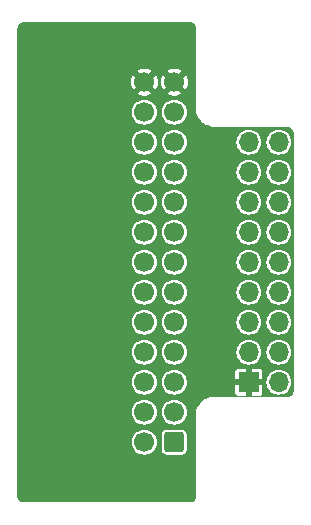
<source format=gbr>
%TF.GenerationSoftware,KiCad,Pcbnew,7.0.11*%
%TF.CreationDate,2025-03-11T16:20:29+01:00*%
%TF.ProjectId,pal-2-sd-shield-adapter,70616c2d-322d-4736-942d-736869656c64,rev?*%
%TF.SameCoordinates,Original*%
%TF.FileFunction,Copper,L2,Bot*%
%TF.FilePolarity,Positive*%
%FSLAX46Y46*%
G04 Gerber Fmt 4.6, Leading zero omitted, Abs format (unit mm)*
G04 Created by KiCad (PCBNEW 7.0.11) date 2025-03-11 16:20:29*
%MOMM*%
%LPD*%
G01*
G04 APERTURE LIST*
G04 Aperture macros list*
%AMRoundRect*
0 Rectangle with rounded corners*
0 $1 Rounding radius*
0 $2 $3 $4 $5 $6 $7 $8 $9 X,Y pos of 4 corners*
0 Add a 4 corners polygon primitive as box body*
4,1,4,$2,$3,$4,$5,$6,$7,$8,$9,$2,$3,0*
0 Add four circle primitives for the rounded corners*
1,1,$1+$1,$2,$3*
1,1,$1+$1,$4,$5*
1,1,$1+$1,$6,$7*
1,1,$1+$1,$8,$9*
0 Add four rect primitives between the rounded corners*
20,1,$1+$1,$2,$3,$4,$5,0*
20,1,$1+$1,$4,$5,$6,$7,0*
20,1,$1+$1,$6,$7,$8,$9,0*
20,1,$1+$1,$8,$9,$2,$3,0*%
G04 Aperture macros list end*
%TA.AperFunction,ComponentPad*%
%ADD10RoundRect,0.250000X0.600000X0.600000X-0.600000X0.600000X-0.600000X-0.600000X0.600000X-0.600000X0*%
%TD*%
%TA.AperFunction,ComponentPad*%
%ADD11C,1.700000*%
%TD*%
%TA.AperFunction,ComponentPad*%
%ADD12R,1.700000X1.700000*%
%TD*%
%TA.AperFunction,ComponentPad*%
%ADD13O,1.700000X1.700000*%
%TD*%
G04 APERTURE END LIST*
D10*
%TO.P,J1,1,Pin_1*%
%TO.N,PA0*%
X74740000Y-105870000D03*
D11*
%TO.P,J1,2,Pin_2*%
%TO.N,PB0*%
X72200000Y-105870000D03*
%TO.P,J1,3,Pin_3*%
%TO.N,PA1*%
X74740000Y-103330000D03*
%TO.P,J1,4,Pin_4*%
%TO.N,PB1*%
X72200000Y-103330000D03*
%TO.P,J1,5,Pin_5*%
%TO.N,PA2*%
X74740000Y-100790000D03*
%TO.P,J1,6,Pin_6*%
%TO.N,PB2*%
X72200000Y-100790000D03*
%TO.P,J1,7,Pin_7*%
%TO.N,PA3*%
X74740000Y-98250000D03*
%TO.P,J1,8,Pin_8*%
%TO.N,PB3*%
X72200000Y-98250000D03*
%TO.P,J1,9,Pin_9*%
%TO.N,PA4*%
X74740000Y-95710000D03*
%TO.P,J1,10,Pin_10*%
%TO.N,PB4*%
X72200000Y-95710000D03*
%TO.P,J1,11,Pin_11*%
%TO.N,PA5*%
X74740000Y-93170000D03*
%TO.P,J1,12,Pin_12*%
%TO.N,PB5*%
X72200000Y-93170000D03*
%TO.P,J1,13,Pin_13*%
%TO.N,PA6*%
X74740000Y-90630000D03*
%TO.P,J1,14,Pin_14*%
%TO.N,unconnected-(J1-Pin_14-Pad14)*%
X72200000Y-90630000D03*
%TO.P,J1,15,Pin_15*%
%TO.N,PA7*%
X74740000Y-88090000D03*
%TO.P,J1,16,Pin_16*%
%TO.N,unconnected-(J1-Pin_16-Pad16)*%
X72200000Y-88090000D03*
%TO.P,J1,17,Pin_17*%
%TO.N,PB6*%
X74740000Y-85550000D03*
%TO.P,J1,18,Pin_18*%
%TO.N,PB7*%
X72200000Y-85550000D03*
%TO.P,J1,19,Pin_19*%
%TO.N,unconnected-(J1-Pin_19-Pad19)*%
X74740000Y-83010000D03*
%TO.P,J1,20,Pin_20*%
%TO.N,unconnected-(J1-Pin_20-Pad20)*%
X72200000Y-83010000D03*
%TO.P,J1,21,Pin_21*%
%TO.N,unconnected-(J1-Pin_21-Pad21)*%
X74740000Y-80470000D03*
%TO.P,J1,22,Pin_22*%
%TO.N,unconnected-(J1-Pin_22-Pad22)*%
X72200000Y-80470000D03*
%TO.P,J1,23,Pin_23*%
%TO.N,unconnected-(J1-Pin_23-Pad23)*%
X74740000Y-77930000D03*
%TO.P,J1,24,Pin_24*%
%TO.N,unconnected-(J1-Pin_24-Pad24)*%
X72200000Y-77930000D03*
%TO.P,J1,25,Pin_25*%
%TO.N,GND*%
X74740000Y-75390000D03*
%TO.P,J1,26,Pin_26*%
X72200000Y-75390000D03*
%TD*%
D12*
%TO.P,J2,1,Pin_1*%
%TO.N,GND*%
X81055000Y-100790000D03*
D13*
%TO.P,J2,2,Pin_2*%
%TO.N,unconnected-(J2-Pin_2-Pad2)*%
X83595000Y-100790000D03*
%TO.P,J2,3,Pin_3*%
%TO.N,PA0*%
X81055000Y-98250000D03*
%TO.P,J2,4,Pin_4*%
%TO.N,PB0*%
X83595000Y-98250000D03*
%TO.P,J2,5,Pin_5*%
%TO.N,PA1*%
X81055000Y-95710000D03*
%TO.P,J2,6,Pin_6*%
%TO.N,PB1*%
X83595000Y-95710000D03*
%TO.P,J2,7,Pin_7*%
%TO.N,PA2*%
X81055000Y-93170000D03*
%TO.P,J2,8,Pin_8*%
%TO.N,PB2*%
X83595000Y-93170000D03*
%TO.P,J2,9,Pin_9*%
%TO.N,PA3*%
X81055000Y-90630000D03*
%TO.P,J2,10,Pin_10*%
%TO.N,PB3*%
X83595000Y-90630000D03*
%TO.P,J2,11,Pin_11*%
%TO.N,PA4*%
X81055000Y-88090000D03*
%TO.P,J2,12,Pin_12*%
%TO.N,PB4*%
X83595000Y-88090000D03*
%TO.P,J2,13,Pin_13*%
%TO.N,PA5*%
X81055000Y-85550000D03*
%TO.P,J2,14,Pin_14*%
%TO.N,PB5*%
X83595000Y-85550000D03*
%TO.P,J2,15,Pin_15*%
%TO.N,PA6*%
X81055000Y-83010000D03*
%TO.P,J2,16,Pin_16*%
%TO.N,PB6*%
X83595000Y-83010000D03*
%TO.P,J2,17,Pin_17*%
%TO.N,PA7*%
X81055000Y-80470000D03*
%TO.P,J2,18,Pin_18*%
%TO.N,PB7*%
X83595000Y-80470000D03*
%TD*%
%TA.AperFunction,Conductor*%
%TO.N,GND*%
G36*
X76082733Y-70290808D02*
G01*
X76185665Y-70302406D01*
X76196361Y-70304847D01*
X76291519Y-70338144D01*
X76301393Y-70342899D01*
X76386759Y-70396538D01*
X76395337Y-70403379D01*
X76466620Y-70474662D01*
X76473461Y-70483240D01*
X76527097Y-70568600D01*
X76531858Y-70578487D01*
X76565151Y-70673637D01*
X76567593Y-70684333D01*
X76579192Y-70787265D01*
X76579500Y-70792752D01*
X76579500Y-77747322D01*
X76610045Y-77959766D01*
X76610045Y-77959768D01*
X76670513Y-78165701D01*
X76670519Y-78165717D01*
X76759679Y-78360952D01*
X76759683Y-78360958D01*
X76875715Y-78541509D01*
X76875720Y-78541514D01*
X77016275Y-78703724D01*
X77178485Y-78844279D01*
X77178490Y-78844284D01*
X77359041Y-78960316D01*
X77359047Y-78960320D01*
X77414366Y-78985583D01*
X77554290Y-79049484D01*
X77760231Y-79109954D01*
X77972682Y-79140500D01*
X78044201Y-79140500D01*
X84274108Y-79140500D01*
X84337247Y-79140500D01*
X84342733Y-79140808D01*
X84445665Y-79152406D01*
X84456361Y-79154847D01*
X84551519Y-79188144D01*
X84561393Y-79192899D01*
X84646759Y-79246538D01*
X84655337Y-79253379D01*
X84726620Y-79324662D01*
X84733461Y-79333240D01*
X84784468Y-79414417D01*
X84787097Y-79418600D01*
X84791858Y-79428487D01*
X84825151Y-79523637D01*
X84827593Y-79534333D01*
X84839192Y-79637265D01*
X84839500Y-79642752D01*
X84839500Y-101537247D01*
X84839192Y-101542734D01*
X84827593Y-101645666D01*
X84825151Y-101656362D01*
X84791858Y-101751512D01*
X84787097Y-101761399D01*
X84733461Y-101846759D01*
X84726620Y-101855337D01*
X84655337Y-101926620D01*
X84646759Y-101933461D01*
X84561399Y-101987097D01*
X84551512Y-101991858D01*
X84456362Y-102025151D01*
X84445666Y-102027593D01*
X84349877Y-102038386D01*
X84342732Y-102039192D01*
X84337247Y-102039500D01*
X77972677Y-102039500D01*
X77760233Y-102070045D01*
X77760231Y-102070045D01*
X77554298Y-102130513D01*
X77554282Y-102130519D01*
X77359047Y-102219679D01*
X77359041Y-102219683D01*
X77178490Y-102335715D01*
X77178485Y-102335720D01*
X77016275Y-102476275D01*
X76875720Y-102638485D01*
X76875715Y-102638490D01*
X76759683Y-102819041D01*
X76759679Y-102819047D01*
X76670519Y-103014282D01*
X76670513Y-103014298D01*
X76610045Y-103220231D01*
X76610045Y-103220233D01*
X76579500Y-103432677D01*
X76579500Y-110467247D01*
X76579192Y-110472734D01*
X76567593Y-110575666D01*
X76565151Y-110586362D01*
X76531858Y-110681512D01*
X76527097Y-110691399D01*
X76473461Y-110776759D01*
X76466620Y-110785337D01*
X76395337Y-110856620D01*
X76386759Y-110863461D01*
X76301399Y-110917097D01*
X76291512Y-110921858D01*
X76196362Y-110955151D01*
X76185666Y-110957593D01*
X76089877Y-110968386D01*
X76082732Y-110969192D01*
X76077247Y-110969500D01*
X61962753Y-110969500D01*
X61957267Y-110969192D01*
X61949061Y-110968267D01*
X61854333Y-110957593D01*
X61843637Y-110955151D01*
X61779221Y-110932612D01*
X61748484Y-110921856D01*
X61738603Y-110917098D01*
X61653240Y-110863461D01*
X61644662Y-110856620D01*
X61573379Y-110785337D01*
X61566538Y-110776759D01*
X61512899Y-110691393D01*
X61508144Y-110681519D01*
X61474847Y-110586361D01*
X61472406Y-110575665D01*
X61460808Y-110472733D01*
X61460500Y-110467247D01*
X61460500Y-105870000D01*
X71144417Y-105870000D01*
X71164700Y-106075934D01*
X71224768Y-106273954D01*
X71322315Y-106456450D01*
X71453590Y-106616410D01*
X71613550Y-106747685D01*
X71796046Y-106845232D01*
X71994066Y-106905300D01*
X72200000Y-106925583D01*
X72405934Y-106905300D01*
X72603954Y-106845232D01*
X72786450Y-106747685D01*
X72946410Y-106616410D01*
X73022023Y-106524275D01*
X73689500Y-106524275D01*
X73692353Y-106554698D01*
X73692353Y-106554699D01*
X73737204Y-106682876D01*
X73737208Y-106682885D01*
X73817849Y-106792150D01*
X73927114Y-106872791D01*
X73927117Y-106872792D01*
X73927118Y-106872793D01*
X73927120Y-106872793D01*
X73927123Y-106872795D01*
X74020015Y-106905299D01*
X74055301Y-106917646D01*
X74085734Y-106920500D01*
X74085744Y-106920500D01*
X75394256Y-106920500D01*
X75394266Y-106920500D01*
X75424699Y-106917646D01*
X75552882Y-106872793D01*
X75662150Y-106792150D01*
X75742791Y-106682885D01*
X75742791Y-106682884D01*
X75742793Y-106682882D01*
X75787646Y-106554699D01*
X75790500Y-106524266D01*
X75790500Y-105215734D01*
X75787646Y-105185301D01*
X75766052Y-105123590D01*
X75742795Y-105057123D01*
X75742791Y-105057114D01*
X75662150Y-104947849D01*
X75552885Y-104867208D01*
X75552876Y-104867204D01*
X75424698Y-104822353D01*
X75394275Y-104819500D01*
X75394266Y-104819500D01*
X74085734Y-104819500D01*
X74085724Y-104819500D01*
X74055301Y-104822353D01*
X74055300Y-104822353D01*
X73927123Y-104867204D01*
X73927114Y-104867208D01*
X73817849Y-104947849D01*
X73737208Y-105057114D01*
X73737204Y-105057123D01*
X73692353Y-105185300D01*
X73692353Y-105185301D01*
X73689500Y-105215724D01*
X73689500Y-106524275D01*
X73022023Y-106524275D01*
X73077685Y-106456450D01*
X73175232Y-106273954D01*
X73235300Y-106075934D01*
X73255583Y-105870000D01*
X73235300Y-105664066D01*
X73175232Y-105466046D01*
X73077685Y-105283550D01*
X72946410Y-105123590D01*
X72786450Y-104992315D01*
X72603954Y-104894768D01*
X72405934Y-104834700D01*
X72200000Y-104814417D01*
X71994065Y-104834700D01*
X71994064Y-104834700D01*
X71796043Y-104894769D01*
X71613548Y-104992316D01*
X71453590Y-105123590D01*
X71322316Y-105283548D01*
X71224769Y-105466043D01*
X71164700Y-105664064D01*
X71164700Y-105664065D01*
X71164700Y-105664066D01*
X71144417Y-105870000D01*
X61460500Y-105870000D01*
X61460500Y-103330000D01*
X71144417Y-103330000D01*
X71164700Y-103535934D01*
X71224768Y-103733954D01*
X71322315Y-103916450D01*
X71453590Y-104076410D01*
X71613550Y-104207685D01*
X71796046Y-104305232D01*
X71994066Y-104365300D01*
X72200000Y-104385583D01*
X72405934Y-104365300D01*
X72603954Y-104305232D01*
X72786450Y-104207685D01*
X72946410Y-104076410D01*
X73077685Y-103916450D01*
X73175232Y-103733954D01*
X73235300Y-103535934D01*
X73255583Y-103330000D01*
X73684417Y-103330000D01*
X73704700Y-103535934D01*
X73764768Y-103733954D01*
X73862315Y-103916450D01*
X73993590Y-104076410D01*
X74153550Y-104207685D01*
X74336046Y-104305232D01*
X74534066Y-104365300D01*
X74740000Y-104385583D01*
X74945934Y-104365300D01*
X75143954Y-104305232D01*
X75326450Y-104207685D01*
X75486410Y-104076410D01*
X75617685Y-103916450D01*
X75715232Y-103733954D01*
X75775300Y-103535934D01*
X75795583Y-103330000D01*
X75775300Y-103124066D01*
X75715232Y-102926046D01*
X75617685Y-102743550D01*
X75486410Y-102583590D01*
X75326450Y-102452315D01*
X75143954Y-102354768D01*
X74945934Y-102294700D01*
X74740000Y-102274417D01*
X74534065Y-102294700D01*
X74534064Y-102294700D01*
X74336043Y-102354769D01*
X74153548Y-102452316D01*
X73993590Y-102583590D01*
X73862316Y-102743548D01*
X73764769Y-102926043D01*
X73704700Y-103124064D01*
X73704700Y-103124065D01*
X73704700Y-103124066D01*
X73684417Y-103330000D01*
X73255583Y-103330000D01*
X73235300Y-103124066D01*
X73175232Y-102926046D01*
X73077685Y-102743550D01*
X72946410Y-102583590D01*
X72786450Y-102452315D01*
X72603954Y-102354768D01*
X72405934Y-102294700D01*
X72200000Y-102274417D01*
X71994065Y-102294700D01*
X71994064Y-102294700D01*
X71796043Y-102354769D01*
X71613548Y-102452316D01*
X71453590Y-102583590D01*
X71322316Y-102743548D01*
X71224769Y-102926043D01*
X71164700Y-103124064D01*
X71164700Y-103124065D01*
X71164700Y-103124066D01*
X71144417Y-103330000D01*
X61460500Y-103330000D01*
X61460500Y-100790000D01*
X71144417Y-100790000D01*
X71164700Y-100995934D01*
X71224768Y-101193954D01*
X71322315Y-101376450D01*
X71453590Y-101536410D01*
X71613550Y-101667685D01*
X71796046Y-101765232D01*
X71994066Y-101825300D01*
X72200000Y-101845583D01*
X72405934Y-101825300D01*
X72603954Y-101765232D01*
X72786450Y-101667685D01*
X72946410Y-101536410D01*
X73077685Y-101376450D01*
X73175232Y-101193954D01*
X73235300Y-100995934D01*
X73255583Y-100790000D01*
X73684417Y-100790000D01*
X73704700Y-100995934D01*
X73764768Y-101193954D01*
X73862315Y-101376450D01*
X73993590Y-101536410D01*
X74153550Y-101667685D01*
X74336046Y-101765232D01*
X74534066Y-101825300D01*
X74740000Y-101845583D01*
X74945934Y-101825300D01*
X75143954Y-101765232D01*
X75326450Y-101667685D01*
X75486410Y-101536410D01*
X75617685Y-101376450D01*
X75715232Y-101193954D01*
X75775300Y-100995934D01*
X75795583Y-100790000D01*
X75775300Y-100584066D01*
X75761933Y-100540000D01*
X79905000Y-100540000D01*
X80621314Y-100540000D01*
X80595507Y-100580156D01*
X80555000Y-100718111D01*
X80555000Y-100861889D01*
X80595507Y-100999844D01*
X80621314Y-101040000D01*
X79905001Y-101040000D01*
X79905001Y-101684794D01*
X79907910Y-101709876D01*
X79953213Y-101812479D01*
X80032520Y-101891786D01*
X80135126Y-101937090D01*
X80160189Y-101939998D01*
X80160209Y-101939999D01*
X80804999Y-101939999D01*
X80805000Y-101939998D01*
X80805000Y-101225501D01*
X80912685Y-101274680D01*
X81019237Y-101290000D01*
X81090763Y-101290000D01*
X81197315Y-101274680D01*
X81305000Y-101225501D01*
X81305000Y-101939999D01*
X81949788Y-101939999D01*
X81949794Y-101939998D01*
X81974876Y-101937089D01*
X82077479Y-101891786D01*
X82156786Y-101812479D01*
X82202090Y-101709873D01*
X82204998Y-101684810D01*
X82205000Y-101684790D01*
X82205000Y-101040000D01*
X81488686Y-101040000D01*
X81514493Y-100999844D01*
X81555000Y-100861889D01*
X81555000Y-100790000D01*
X82539417Y-100790000D01*
X82559700Y-100995934D01*
X82619768Y-101193954D01*
X82717315Y-101376450D01*
X82848590Y-101536410D01*
X83008550Y-101667685D01*
X83191046Y-101765232D01*
X83389066Y-101825300D01*
X83595000Y-101845583D01*
X83800934Y-101825300D01*
X83998954Y-101765232D01*
X84181450Y-101667685D01*
X84341410Y-101536410D01*
X84472685Y-101376450D01*
X84570232Y-101193954D01*
X84630300Y-100995934D01*
X84650583Y-100790000D01*
X84630300Y-100584066D01*
X84570232Y-100386046D01*
X84472685Y-100203550D01*
X84341410Y-100043590D01*
X84181450Y-99912315D01*
X83998954Y-99814768D01*
X83800934Y-99754700D01*
X83595000Y-99734417D01*
X83389065Y-99754700D01*
X83389064Y-99754700D01*
X83191043Y-99814769D01*
X83008548Y-99912316D01*
X82848590Y-100043590D01*
X82717316Y-100203548D01*
X82619769Y-100386043D01*
X82559700Y-100584064D01*
X82559700Y-100584065D01*
X82546498Y-100718111D01*
X82539417Y-100790000D01*
X81555000Y-100790000D01*
X81555000Y-100718111D01*
X81514493Y-100580156D01*
X81488686Y-100540000D01*
X82204999Y-100540000D01*
X82204999Y-99895212D01*
X82204998Y-99895205D01*
X82202089Y-99870123D01*
X82156786Y-99767520D01*
X82077479Y-99688213D01*
X82077480Y-99688213D01*
X81974873Y-99642909D01*
X81949810Y-99640001D01*
X81949790Y-99640000D01*
X81305000Y-99640000D01*
X81305000Y-100354498D01*
X81197315Y-100305320D01*
X81090763Y-100290000D01*
X81019237Y-100290000D01*
X80912685Y-100305320D01*
X80805000Y-100354498D01*
X80805000Y-99640000D01*
X80160212Y-99640000D01*
X80160205Y-99640001D01*
X80135123Y-99642910D01*
X80032520Y-99688213D01*
X79953213Y-99767520D01*
X79907909Y-99870126D01*
X79905001Y-99895189D01*
X79905000Y-99895209D01*
X79905000Y-100540000D01*
X75761933Y-100540000D01*
X75715232Y-100386046D01*
X75617685Y-100203550D01*
X75486410Y-100043590D01*
X75326450Y-99912315D01*
X75143954Y-99814768D01*
X74945934Y-99754700D01*
X74740000Y-99734417D01*
X74534065Y-99754700D01*
X74534064Y-99754700D01*
X74336043Y-99814769D01*
X74153548Y-99912316D01*
X73993590Y-100043590D01*
X73862316Y-100203548D01*
X73764769Y-100386043D01*
X73704700Y-100584064D01*
X73704700Y-100584065D01*
X73691498Y-100718111D01*
X73684417Y-100790000D01*
X73255583Y-100790000D01*
X73235300Y-100584066D01*
X73175232Y-100386046D01*
X73077685Y-100203550D01*
X72946410Y-100043590D01*
X72786450Y-99912315D01*
X72603954Y-99814768D01*
X72405934Y-99754700D01*
X72200000Y-99734417D01*
X71994065Y-99754700D01*
X71994064Y-99754700D01*
X71796043Y-99814769D01*
X71613548Y-99912316D01*
X71453590Y-100043590D01*
X71322316Y-100203548D01*
X71224769Y-100386043D01*
X71164700Y-100584064D01*
X71164700Y-100584065D01*
X71151498Y-100718111D01*
X71144417Y-100790000D01*
X61460500Y-100790000D01*
X61460500Y-98250000D01*
X71144417Y-98250000D01*
X71164700Y-98455934D01*
X71224768Y-98653954D01*
X71322315Y-98836450D01*
X71453590Y-98996410D01*
X71613550Y-99127685D01*
X71796046Y-99225232D01*
X71994066Y-99285300D01*
X72200000Y-99305583D01*
X72405934Y-99285300D01*
X72603954Y-99225232D01*
X72786450Y-99127685D01*
X72946410Y-98996410D01*
X73077685Y-98836450D01*
X73175232Y-98653954D01*
X73235300Y-98455934D01*
X73255583Y-98250000D01*
X73684417Y-98250000D01*
X73704700Y-98455934D01*
X73764768Y-98653954D01*
X73862315Y-98836450D01*
X73993590Y-98996410D01*
X74153550Y-99127685D01*
X74336046Y-99225232D01*
X74534066Y-99285300D01*
X74740000Y-99305583D01*
X74945934Y-99285300D01*
X75143954Y-99225232D01*
X75326450Y-99127685D01*
X75486410Y-98996410D01*
X75617685Y-98836450D01*
X75715232Y-98653954D01*
X75775300Y-98455934D01*
X75795583Y-98250000D01*
X79999417Y-98250000D01*
X80019700Y-98455934D01*
X80079768Y-98653954D01*
X80177315Y-98836450D01*
X80308590Y-98996410D01*
X80468550Y-99127685D01*
X80651046Y-99225232D01*
X80849066Y-99285300D01*
X81055000Y-99305583D01*
X81260934Y-99285300D01*
X81458954Y-99225232D01*
X81641450Y-99127685D01*
X81801410Y-98996410D01*
X81932685Y-98836450D01*
X82030232Y-98653954D01*
X82090300Y-98455934D01*
X82110583Y-98250000D01*
X82539417Y-98250000D01*
X82559700Y-98455934D01*
X82619768Y-98653954D01*
X82717315Y-98836450D01*
X82848590Y-98996410D01*
X83008550Y-99127685D01*
X83191046Y-99225232D01*
X83389066Y-99285300D01*
X83595000Y-99305583D01*
X83800934Y-99285300D01*
X83998954Y-99225232D01*
X84181450Y-99127685D01*
X84341410Y-98996410D01*
X84472685Y-98836450D01*
X84570232Y-98653954D01*
X84630300Y-98455934D01*
X84650583Y-98250000D01*
X84630300Y-98044066D01*
X84570232Y-97846046D01*
X84472685Y-97663550D01*
X84341410Y-97503590D01*
X84181450Y-97372315D01*
X83998954Y-97274768D01*
X83800934Y-97214700D01*
X83595000Y-97194417D01*
X83389065Y-97214700D01*
X83389064Y-97214700D01*
X83191043Y-97274769D01*
X83008548Y-97372316D01*
X82848590Y-97503590D01*
X82717316Y-97663548D01*
X82619769Y-97846043D01*
X82559700Y-98044064D01*
X82559700Y-98044065D01*
X82559700Y-98044066D01*
X82539417Y-98250000D01*
X82110583Y-98250000D01*
X82090300Y-98044066D01*
X82030232Y-97846046D01*
X81932685Y-97663550D01*
X81801410Y-97503590D01*
X81641450Y-97372315D01*
X81458954Y-97274768D01*
X81260934Y-97214700D01*
X81055000Y-97194417D01*
X80849065Y-97214700D01*
X80849064Y-97214700D01*
X80651043Y-97274769D01*
X80468548Y-97372316D01*
X80308590Y-97503590D01*
X80177316Y-97663548D01*
X80079769Y-97846043D01*
X80019700Y-98044064D01*
X80019700Y-98044065D01*
X80019700Y-98044066D01*
X79999417Y-98250000D01*
X75795583Y-98250000D01*
X75775300Y-98044066D01*
X75715232Y-97846046D01*
X75617685Y-97663550D01*
X75486410Y-97503590D01*
X75326450Y-97372315D01*
X75143954Y-97274768D01*
X74945934Y-97214700D01*
X74740000Y-97194417D01*
X74534065Y-97214700D01*
X74534064Y-97214700D01*
X74336043Y-97274769D01*
X74153548Y-97372316D01*
X73993590Y-97503590D01*
X73862316Y-97663548D01*
X73764769Y-97846043D01*
X73704700Y-98044064D01*
X73704700Y-98044065D01*
X73704700Y-98044066D01*
X73684417Y-98250000D01*
X73255583Y-98250000D01*
X73235300Y-98044066D01*
X73175232Y-97846046D01*
X73077685Y-97663550D01*
X72946410Y-97503590D01*
X72786450Y-97372315D01*
X72603954Y-97274768D01*
X72405934Y-97214700D01*
X72200000Y-97194417D01*
X71994065Y-97214700D01*
X71994064Y-97214700D01*
X71796043Y-97274769D01*
X71613548Y-97372316D01*
X71453590Y-97503590D01*
X71322316Y-97663548D01*
X71224769Y-97846043D01*
X71164700Y-98044064D01*
X71164700Y-98044065D01*
X71164700Y-98044066D01*
X71144417Y-98250000D01*
X61460500Y-98250000D01*
X61460500Y-95710000D01*
X71144417Y-95710000D01*
X71164700Y-95915934D01*
X71224768Y-96113954D01*
X71322315Y-96296450D01*
X71453590Y-96456410D01*
X71613550Y-96587685D01*
X71796046Y-96685232D01*
X71994066Y-96745300D01*
X72200000Y-96765583D01*
X72405934Y-96745300D01*
X72603954Y-96685232D01*
X72786450Y-96587685D01*
X72946410Y-96456410D01*
X73077685Y-96296450D01*
X73175232Y-96113954D01*
X73235300Y-95915934D01*
X73255583Y-95710000D01*
X73684417Y-95710000D01*
X73704700Y-95915934D01*
X73764768Y-96113954D01*
X73862315Y-96296450D01*
X73993590Y-96456410D01*
X74153550Y-96587685D01*
X74336046Y-96685232D01*
X74534066Y-96745300D01*
X74740000Y-96765583D01*
X74945934Y-96745300D01*
X75143954Y-96685232D01*
X75326450Y-96587685D01*
X75486410Y-96456410D01*
X75617685Y-96296450D01*
X75715232Y-96113954D01*
X75775300Y-95915934D01*
X75795583Y-95710000D01*
X79999417Y-95710000D01*
X80019700Y-95915934D01*
X80079768Y-96113954D01*
X80177315Y-96296450D01*
X80308590Y-96456410D01*
X80468550Y-96587685D01*
X80651046Y-96685232D01*
X80849066Y-96745300D01*
X81055000Y-96765583D01*
X81260934Y-96745300D01*
X81458954Y-96685232D01*
X81641450Y-96587685D01*
X81801410Y-96456410D01*
X81932685Y-96296450D01*
X82030232Y-96113954D01*
X82090300Y-95915934D01*
X82110583Y-95710000D01*
X82539417Y-95710000D01*
X82559700Y-95915934D01*
X82619768Y-96113954D01*
X82717315Y-96296450D01*
X82848590Y-96456410D01*
X83008550Y-96587685D01*
X83191046Y-96685232D01*
X83389066Y-96745300D01*
X83595000Y-96765583D01*
X83800934Y-96745300D01*
X83998954Y-96685232D01*
X84181450Y-96587685D01*
X84341410Y-96456410D01*
X84472685Y-96296450D01*
X84570232Y-96113954D01*
X84630300Y-95915934D01*
X84650583Y-95710000D01*
X84630300Y-95504066D01*
X84570232Y-95306046D01*
X84472685Y-95123550D01*
X84341410Y-94963590D01*
X84181450Y-94832315D01*
X83998954Y-94734768D01*
X83800934Y-94674700D01*
X83595000Y-94654417D01*
X83389065Y-94674700D01*
X83389064Y-94674700D01*
X83191043Y-94734769D01*
X83008548Y-94832316D01*
X82848590Y-94963590D01*
X82717316Y-95123548D01*
X82619769Y-95306043D01*
X82559700Y-95504064D01*
X82559700Y-95504065D01*
X82559700Y-95504066D01*
X82539417Y-95710000D01*
X82110583Y-95710000D01*
X82090300Y-95504066D01*
X82030232Y-95306046D01*
X81932685Y-95123550D01*
X81801410Y-94963590D01*
X81641450Y-94832315D01*
X81458954Y-94734768D01*
X81260934Y-94674700D01*
X81055000Y-94654417D01*
X80849065Y-94674700D01*
X80849064Y-94674700D01*
X80651043Y-94734769D01*
X80468548Y-94832316D01*
X80308590Y-94963590D01*
X80177316Y-95123548D01*
X80079769Y-95306043D01*
X80019700Y-95504064D01*
X80019700Y-95504065D01*
X80019700Y-95504066D01*
X79999417Y-95710000D01*
X75795583Y-95710000D01*
X75775300Y-95504066D01*
X75715232Y-95306046D01*
X75617685Y-95123550D01*
X75486410Y-94963590D01*
X75326450Y-94832315D01*
X75143954Y-94734768D01*
X74945934Y-94674700D01*
X74740000Y-94654417D01*
X74534065Y-94674700D01*
X74534064Y-94674700D01*
X74336043Y-94734769D01*
X74153548Y-94832316D01*
X73993590Y-94963590D01*
X73862316Y-95123548D01*
X73764769Y-95306043D01*
X73704700Y-95504064D01*
X73704700Y-95504065D01*
X73704700Y-95504066D01*
X73684417Y-95710000D01*
X73255583Y-95710000D01*
X73235300Y-95504066D01*
X73175232Y-95306046D01*
X73077685Y-95123550D01*
X72946410Y-94963590D01*
X72786450Y-94832315D01*
X72603954Y-94734768D01*
X72405934Y-94674700D01*
X72200000Y-94654417D01*
X71994065Y-94674700D01*
X71994064Y-94674700D01*
X71796043Y-94734769D01*
X71613548Y-94832316D01*
X71453590Y-94963590D01*
X71322316Y-95123548D01*
X71224769Y-95306043D01*
X71164700Y-95504064D01*
X71164700Y-95504065D01*
X71164700Y-95504066D01*
X71144417Y-95710000D01*
X61460500Y-95710000D01*
X61460500Y-93170000D01*
X71144417Y-93170000D01*
X71164700Y-93375934D01*
X71224768Y-93573954D01*
X71322315Y-93756450D01*
X71453590Y-93916410D01*
X71613550Y-94047685D01*
X71796046Y-94145232D01*
X71994066Y-94205300D01*
X72200000Y-94225583D01*
X72405934Y-94205300D01*
X72603954Y-94145232D01*
X72786450Y-94047685D01*
X72946410Y-93916410D01*
X73077685Y-93756450D01*
X73175232Y-93573954D01*
X73235300Y-93375934D01*
X73255583Y-93170000D01*
X73684417Y-93170000D01*
X73704700Y-93375934D01*
X73764768Y-93573954D01*
X73862315Y-93756450D01*
X73993590Y-93916410D01*
X74153550Y-94047685D01*
X74336046Y-94145232D01*
X74534066Y-94205300D01*
X74740000Y-94225583D01*
X74945934Y-94205300D01*
X75143954Y-94145232D01*
X75326450Y-94047685D01*
X75486410Y-93916410D01*
X75617685Y-93756450D01*
X75715232Y-93573954D01*
X75775300Y-93375934D01*
X75795583Y-93170000D01*
X79999417Y-93170000D01*
X80019700Y-93375934D01*
X80079768Y-93573954D01*
X80177315Y-93756450D01*
X80308590Y-93916410D01*
X80468550Y-94047685D01*
X80651046Y-94145232D01*
X80849066Y-94205300D01*
X81055000Y-94225583D01*
X81260934Y-94205300D01*
X81458954Y-94145232D01*
X81641450Y-94047685D01*
X81801410Y-93916410D01*
X81932685Y-93756450D01*
X82030232Y-93573954D01*
X82090300Y-93375934D01*
X82110583Y-93170000D01*
X82539417Y-93170000D01*
X82559700Y-93375934D01*
X82619768Y-93573954D01*
X82717315Y-93756450D01*
X82848590Y-93916410D01*
X83008550Y-94047685D01*
X83191046Y-94145232D01*
X83389066Y-94205300D01*
X83595000Y-94225583D01*
X83800934Y-94205300D01*
X83998954Y-94145232D01*
X84181450Y-94047685D01*
X84341410Y-93916410D01*
X84472685Y-93756450D01*
X84570232Y-93573954D01*
X84630300Y-93375934D01*
X84650583Y-93170000D01*
X84630300Y-92964066D01*
X84570232Y-92766046D01*
X84472685Y-92583550D01*
X84341410Y-92423590D01*
X84181450Y-92292315D01*
X83998954Y-92194768D01*
X83800934Y-92134700D01*
X83595000Y-92114417D01*
X83389065Y-92134700D01*
X83389064Y-92134700D01*
X83191043Y-92194769D01*
X83008548Y-92292316D01*
X82848590Y-92423590D01*
X82717316Y-92583548D01*
X82619769Y-92766043D01*
X82559700Y-92964064D01*
X82559700Y-92964065D01*
X82559700Y-92964066D01*
X82539417Y-93170000D01*
X82110583Y-93170000D01*
X82090300Y-92964066D01*
X82030232Y-92766046D01*
X81932685Y-92583550D01*
X81801410Y-92423590D01*
X81641450Y-92292315D01*
X81458954Y-92194768D01*
X81260934Y-92134700D01*
X81055000Y-92114417D01*
X80849065Y-92134700D01*
X80849064Y-92134700D01*
X80651043Y-92194769D01*
X80468548Y-92292316D01*
X80308590Y-92423590D01*
X80177316Y-92583548D01*
X80079769Y-92766043D01*
X80019700Y-92964064D01*
X80019700Y-92964065D01*
X80019700Y-92964066D01*
X79999417Y-93170000D01*
X75795583Y-93170000D01*
X75775300Y-92964066D01*
X75715232Y-92766046D01*
X75617685Y-92583550D01*
X75486410Y-92423590D01*
X75326450Y-92292315D01*
X75143954Y-92194768D01*
X74945934Y-92134700D01*
X74740000Y-92114417D01*
X74534065Y-92134700D01*
X74534064Y-92134700D01*
X74336043Y-92194769D01*
X74153548Y-92292316D01*
X73993590Y-92423590D01*
X73862316Y-92583548D01*
X73764769Y-92766043D01*
X73704700Y-92964064D01*
X73704700Y-92964065D01*
X73704700Y-92964066D01*
X73684417Y-93170000D01*
X73255583Y-93170000D01*
X73235300Y-92964066D01*
X73175232Y-92766046D01*
X73077685Y-92583550D01*
X72946410Y-92423590D01*
X72786450Y-92292315D01*
X72603954Y-92194768D01*
X72405934Y-92134700D01*
X72200000Y-92114417D01*
X71994065Y-92134700D01*
X71994064Y-92134700D01*
X71796043Y-92194769D01*
X71613548Y-92292316D01*
X71453590Y-92423590D01*
X71322316Y-92583548D01*
X71224769Y-92766043D01*
X71164700Y-92964064D01*
X71164700Y-92964065D01*
X71164700Y-92964066D01*
X71144417Y-93170000D01*
X61460500Y-93170000D01*
X61460500Y-90630000D01*
X71144417Y-90630000D01*
X71164700Y-90835934D01*
X71224768Y-91033954D01*
X71322315Y-91216450D01*
X71453590Y-91376410D01*
X71613550Y-91507685D01*
X71796046Y-91605232D01*
X71994066Y-91665300D01*
X72200000Y-91685583D01*
X72405934Y-91665300D01*
X72603954Y-91605232D01*
X72786450Y-91507685D01*
X72946410Y-91376410D01*
X73077685Y-91216450D01*
X73175232Y-91033954D01*
X73235300Y-90835934D01*
X73255583Y-90630000D01*
X73684417Y-90630000D01*
X73704700Y-90835934D01*
X73764768Y-91033954D01*
X73862315Y-91216450D01*
X73993590Y-91376410D01*
X74153550Y-91507685D01*
X74336046Y-91605232D01*
X74534066Y-91665300D01*
X74740000Y-91685583D01*
X74945934Y-91665300D01*
X75143954Y-91605232D01*
X75326450Y-91507685D01*
X75486410Y-91376410D01*
X75617685Y-91216450D01*
X75715232Y-91033954D01*
X75775300Y-90835934D01*
X75795583Y-90630000D01*
X79999417Y-90630000D01*
X80019700Y-90835934D01*
X80079768Y-91033954D01*
X80177315Y-91216450D01*
X80308590Y-91376410D01*
X80468550Y-91507685D01*
X80651046Y-91605232D01*
X80849066Y-91665300D01*
X81055000Y-91685583D01*
X81260934Y-91665300D01*
X81458954Y-91605232D01*
X81641450Y-91507685D01*
X81801410Y-91376410D01*
X81932685Y-91216450D01*
X82030232Y-91033954D01*
X82090300Y-90835934D01*
X82110583Y-90630000D01*
X82539417Y-90630000D01*
X82559700Y-90835934D01*
X82619768Y-91033954D01*
X82717315Y-91216450D01*
X82848590Y-91376410D01*
X83008550Y-91507685D01*
X83191046Y-91605232D01*
X83389066Y-91665300D01*
X83595000Y-91685583D01*
X83800934Y-91665300D01*
X83998954Y-91605232D01*
X84181450Y-91507685D01*
X84341410Y-91376410D01*
X84472685Y-91216450D01*
X84570232Y-91033954D01*
X84630300Y-90835934D01*
X84650583Y-90630000D01*
X84630300Y-90424066D01*
X84570232Y-90226046D01*
X84472685Y-90043550D01*
X84341410Y-89883590D01*
X84181450Y-89752315D01*
X83998954Y-89654768D01*
X83800934Y-89594700D01*
X83595000Y-89574417D01*
X83389065Y-89594700D01*
X83389064Y-89594700D01*
X83191043Y-89654769D01*
X83008548Y-89752316D01*
X82848590Y-89883590D01*
X82717316Y-90043548D01*
X82619769Y-90226043D01*
X82559700Y-90424064D01*
X82559700Y-90424065D01*
X82559700Y-90424066D01*
X82539417Y-90630000D01*
X82110583Y-90630000D01*
X82090300Y-90424066D01*
X82030232Y-90226046D01*
X81932685Y-90043550D01*
X81801410Y-89883590D01*
X81641450Y-89752315D01*
X81458954Y-89654768D01*
X81260934Y-89594700D01*
X81055000Y-89574417D01*
X80849065Y-89594700D01*
X80849064Y-89594700D01*
X80651043Y-89654769D01*
X80468548Y-89752316D01*
X80308590Y-89883590D01*
X80177316Y-90043548D01*
X80079769Y-90226043D01*
X80019700Y-90424064D01*
X80019700Y-90424065D01*
X80019700Y-90424066D01*
X79999417Y-90630000D01*
X75795583Y-90630000D01*
X75775300Y-90424066D01*
X75715232Y-90226046D01*
X75617685Y-90043550D01*
X75486410Y-89883590D01*
X75326450Y-89752315D01*
X75143954Y-89654768D01*
X74945934Y-89594700D01*
X74740000Y-89574417D01*
X74534065Y-89594700D01*
X74534064Y-89594700D01*
X74336043Y-89654769D01*
X74153548Y-89752316D01*
X73993590Y-89883590D01*
X73862316Y-90043548D01*
X73764769Y-90226043D01*
X73704700Y-90424064D01*
X73704700Y-90424065D01*
X73704700Y-90424066D01*
X73684417Y-90630000D01*
X73255583Y-90630000D01*
X73235300Y-90424066D01*
X73175232Y-90226046D01*
X73077685Y-90043550D01*
X72946410Y-89883590D01*
X72786450Y-89752315D01*
X72603954Y-89654768D01*
X72405934Y-89594700D01*
X72200000Y-89574417D01*
X71994065Y-89594700D01*
X71994064Y-89594700D01*
X71796043Y-89654769D01*
X71613548Y-89752316D01*
X71453590Y-89883590D01*
X71322316Y-90043548D01*
X71224769Y-90226043D01*
X71164700Y-90424064D01*
X71164700Y-90424065D01*
X71164700Y-90424066D01*
X71144417Y-90630000D01*
X61460500Y-90630000D01*
X61460500Y-88090000D01*
X71144417Y-88090000D01*
X71164700Y-88295934D01*
X71224768Y-88493954D01*
X71322315Y-88676450D01*
X71453590Y-88836410D01*
X71613550Y-88967685D01*
X71796046Y-89065232D01*
X71994066Y-89125300D01*
X72200000Y-89145583D01*
X72405934Y-89125300D01*
X72603954Y-89065232D01*
X72786450Y-88967685D01*
X72946410Y-88836410D01*
X73077685Y-88676450D01*
X73175232Y-88493954D01*
X73235300Y-88295934D01*
X73255583Y-88090000D01*
X73684417Y-88090000D01*
X73704700Y-88295934D01*
X73764768Y-88493954D01*
X73862315Y-88676450D01*
X73993590Y-88836410D01*
X74153550Y-88967685D01*
X74336046Y-89065232D01*
X74534066Y-89125300D01*
X74740000Y-89145583D01*
X74945934Y-89125300D01*
X75143954Y-89065232D01*
X75326450Y-88967685D01*
X75486410Y-88836410D01*
X75617685Y-88676450D01*
X75715232Y-88493954D01*
X75775300Y-88295934D01*
X75795583Y-88090000D01*
X79999417Y-88090000D01*
X80019700Y-88295934D01*
X80079768Y-88493954D01*
X80177315Y-88676450D01*
X80308590Y-88836410D01*
X80468550Y-88967685D01*
X80651046Y-89065232D01*
X80849066Y-89125300D01*
X81055000Y-89145583D01*
X81260934Y-89125300D01*
X81458954Y-89065232D01*
X81641450Y-88967685D01*
X81801410Y-88836410D01*
X81932685Y-88676450D01*
X82030232Y-88493954D01*
X82090300Y-88295934D01*
X82110583Y-88090000D01*
X82539417Y-88090000D01*
X82559700Y-88295934D01*
X82619768Y-88493954D01*
X82717315Y-88676450D01*
X82848590Y-88836410D01*
X83008550Y-88967685D01*
X83191046Y-89065232D01*
X83389066Y-89125300D01*
X83595000Y-89145583D01*
X83800934Y-89125300D01*
X83998954Y-89065232D01*
X84181450Y-88967685D01*
X84341410Y-88836410D01*
X84472685Y-88676450D01*
X84570232Y-88493954D01*
X84630300Y-88295934D01*
X84650583Y-88090000D01*
X84630300Y-87884066D01*
X84570232Y-87686046D01*
X84472685Y-87503550D01*
X84341410Y-87343590D01*
X84181450Y-87212315D01*
X83998954Y-87114768D01*
X83800934Y-87054700D01*
X83595000Y-87034417D01*
X83389065Y-87054700D01*
X83389064Y-87054700D01*
X83191043Y-87114769D01*
X83008548Y-87212316D01*
X82848590Y-87343590D01*
X82717316Y-87503548D01*
X82619769Y-87686043D01*
X82559700Y-87884064D01*
X82559700Y-87884065D01*
X82559700Y-87884066D01*
X82539417Y-88090000D01*
X82110583Y-88090000D01*
X82090300Y-87884066D01*
X82030232Y-87686046D01*
X81932685Y-87503550D01*
X81801410Y-87343590D01*
X81641450Y-87212315D01*
X81458954Y-87114768D01*
X81260934Y-87054700D01*
X81055000Y-87034417D01*
X80849065Y-87054700D01*
X80849064Y-87054700D01*
X80651043Y-87114769D01*
X80468548Y-87212316D01*
X80308590Y-87343590D01*
X80177316Y-87503548D01*
X80079769Y-87686043D01*
X80019700Y-87884064D01*
X80019700Y-87884065D01*
X80019700Y-87884066D01*
X79999417Y-88090000D01*
X75795583Y-88090000D01*
X75775300Y-87884066D01*
X75715232Y-87686046D01*
X75617685Y-87503550D01*
X75486410Y-87343590D01*
X75326450Y-87212315D01*
X75143954Y-87114768D01*
X74945934Y-87054700D01*
X74740000Y-87034417D01*
X74534065Y-87054700D01*
X74534064Y-87054700D01*
X74336043Y-87114769D01*
X74153548Y-87212316D01*
X73993590Y-87343590D01*
X73862316Y-87503548D01*
X73764769Y-87686043D01*
X73704700Y-87884064D01*
X73704700Y-87884065D01*
X73704700Y-87884066D01*
X73684417Y-88090000D01*
X73255583Y-88090000D01*
X73235300Y-87884066D01*
X73175232Y-87686046D01*
X73077685Y-87503550D01*
X72946410Y-87343590D01*
X72786450Y-87212315D01*
X72603954Y-87114768D01*
X72405934Y-87054700D01*
X72200000Y-87034417D01*
X71994065Y-87054700D01*
X71994064Y-87054700D01*
X71796043Y-87114769D01*
X71613548Y-87212316D01*
X71453590Y-87343590D01*
X71322316Y-87503548D01*
X71224769Y-87686043D01*
X71164700Y-87884064D01*
X71164700Y-87884065D01*
X71164700Y-87884066D01*
X71144417Y-88090000D01*
X61460500Y-88090000D01*
X61460500Y-85550000D01*
X71144417Y-85550000D01*
X71164700Y-85755934D01*
X71224768Y-85953954D01*
X71322315Y-86136450D01*
X71453590Y-86296410D01*
X71613550Y-86427685D01*
X71796046Y-86525232D01*
X71994066Y-86585300D01*
X72200000Y-86605583D01*
X72405934Y-86585300D01*
X72603954Y-86525232D01*
X72786450Y-86427685D01*
X72946410Y-86296410D01*
X73077685Y-86136450D01*
X73175232Y-85953954D01*
X73235300Y-85755934D01*
X73255583Y-85550000D01*
X73684417Y-85550000D01*
X73704700Y-85755934D01*
X73764768Y-85953954D01*
X73862315Y-86136450D01*
X73993590Y-86296410D01*
X74153550Y-86427685D01*
X74336046Y-86525232D01*
X74534066Y-86585300D01*
X74740000Y-86605583D01*
X74945934Y-86585300D01*
X75143954Y-86525232D01*
X75326450Y-86427685D01*
X75486410Y-86296410D01*
X75617685Y-86136450D01*
X75715232Y-85953954D01*
X75775300Y-85755934D01*
X75795583Y-85550000D01*
X79999417Y-85550000D01*
X80019700Y-85755934D01*
X80079768Y-85953954D01*
X80177315Y-86136450D01*
X80308590Y-86296410D01*
X80468550Y-86427685D01*
X80651046Y-86525232D01*
X80849066Y-86585300D01*
X81055000Y-86605583D01*
X81260934Y-86585300D01*
X81458954Y-86525232D01*
X81641450Y-86427685D01*
X81801410Y-86296410D01*
X81932685Y-86136450D01*
X82030232Y-85953954D01*
X82090300Y-85755934D01*
X82110583Y-85550000D01*
X82539417Y-85550000D01*
X82559700Y-85755934D01*
X82619768Y-85953954D01*
X82717315Y-86136450D01*
X82848590Y-86296410D01*
X83008550Y-86427685D01*
X83191046Y-86525232D01*
X83389066Y-86585300D01*
X83595000Y-86605583D01*
X83800934Y-86585300D01*
X83998954Y-86525232D01*
X84181450Y-86427685D01*
X84341410Y-86296410D01*
X84472685Y-86136450D01*
X84570232Y-85953954D01*
X84630300Y-85755934D01*
X84650583Y-85550000D01*
X84630300Y-85344066D01*
X84570232Y-85146046D01*
X84472685Y-84963550D01*
X84341410Y-84803590D01*
X84181450Y-84672315D01*
X83998954Y-84574768D01*
X83800934Y-84514700D01*
X83595000Y-84494417D01*
X83389065Y-84514700D01*
X83389064Y-84514700D01*
X83191043Y-84574769D01*
X83008548Y-84672316D01*
X82848590Y-84803590D01*
X82717316Y-84963548D01*
X82619769Y-85146043D01*
X82559700Y-85344064D01*
X82559700Y-85344065D01*
X82559700Y-85344066D01*
X82539417Y-85550000D01*
X82110583Y-85550000D01*
X82090300Y-85344066D01*
X82030232Y-85146046D01*
X81932685Y-84963550D01*
X81801410Y-84803590D01*
X81641450Y-84672315D01*
X81458954Y-84574768D01*
X81260934Y-84514700D01*
X81055000Y-84494417D01*
X80849065Y-84514700D01*
X80849064Y-84514700D01*
X80651043Y-84574769D01*
X80468548Y-84672316D01*
X80308590Y-84803590D01*
X80177316Y-84963548D01*
X80079769Y-85146043D01*
X80019700Y-85344064D01*
X80019700Y-85344065D01*
X80019700Y-85344066D01*
X79999417Y-85550000D01*
X75795583Y-85550000D01*
X75775300Y-85344066D01*
X75715232Y-85146046D01*
X75617685Y-84963550D01*
X75486410Y-84803590D01*
X75326450Y-84672315D01*
X75143954Y-84574768D01*
X74945934Y-84514700D01*
X74740000Y-84494417D01*
X74534065Y-84514700D01*
X74534064Y-84514700D01*
X74336043Y-84574769D01*
X74153548Y-84672316D01*
X73993590Y-84803590D01*
X73862316Y-84963548D01*
X73764769Y-85146043D01*
X73704700Y-85344064D01*
X73704700Y-85344065D01*
X73704700Y-85344066D01*
X73684417Y-85550000D01*
X73255583Y-85550000D01*
X73235300Y-85344066D01*
X73175232Y-85146046D01*
X73077685Y-84963550D01*
X72946410Y-84803590D01*
X72786450Y-84672315D01*
X72603954Y-84574768D01*
X72405934Y-84514700D01*
X72200000Y-84494417D01*
X71994065Y-84514700D01*
X71994064Y-84514700D01*
X71796043Y-84574769D01*
X71613548Y-84672316D01*
X71453590Y-84803590D01*
X71322316Y-84963548D01*
X71224769Y-85146043D01*
X71164700Y-85344064D01*
X71164700Y-85344065D01*
X71164700Y-85344066D01*
X71144417Y-85550000D01*
X61460500Y-85550000D01*
X61460500Y-83010000D01*
X71144417Y-83010000D01*
X71164700Y-83215934D01*
X71224768Y-83413954D01*
X71322315Y-83596450D01*
X71453590Y-83756410D01*
X71613550Y-83887685D01*
X71796046Y-83985232D01*
X71994066Y-84045300D01*
X72200000Y-84065583D01*
X72405934Y-84045300D01*
X72603954Y-83985232D01*
X72786450Y-83887685D01*
X72946410Y-83756410D01*
X73077685Y-83596450D01*
X73175232Y-83413954D01*
X73235300Y-83215934D01*
X73255583Y-83010000D01*
X73684417Y-83010000D01*
X73704700Y-83215934D01*
X73764768Y-83413954D01*
X73862315Y-83596450D01*
X73993590Y-83756410D01*
X74153550Y-83887685D01*
X74336046Y-83985232D01*
X74534066Y-84045300D01*
X74740000Y-84065583D01*
X74945934Y-84045300D01*
X75143954Y-83985232D01*
X75326450Y-83887685D01*
X75486410Y-83756410D01*
X75617685Y-83596450D01*
X75715232Y-83413954D01*
X75775300Y-83215934D01*
X75795583Y-83010000D01*
X79999417Y-83010000D01*
X80019700Y-83215934D01*
X80079768Y-83413954D01*
X80177315Y-83596450D01*
X80308590Y-83756410D01*
X80468550Y-83887685D01*
X80651046Y-83985232D01*
X80849066Y-84045300D01*
X81055000Y-84065583D01*
X81260934Y-84045300D01*
X81458954Y-83985232D01*
X81641450Y-83887685D01*
X81801410Y-83756410D01*
X81932685Y-83596450D01*
X82030232Y-83413954D01*
X82090300Y-83215934D01*
X82110583Y-83010000D01*
X82539417Y-83010000D01*
X82559700Y-83215934D01*
X82619768Y-83413954D01*
X82717315Y-83596450D01*
X82848590Y-83756410D01*
X83008550Y-83887685D01*
X83191046Y-83985232D01*
X83389066Y-84045300D01*
X83595000Y-84065583D01*
X83800934Y-84045300D01*
X83998954Y-83985232D01*
X84181450Y-83887685D01*
X84341410Y-83756410D01*
X84472685Y-83596450D01*
X84570232Y-83413954D01*
X84630300Y-83215934D01*
X84650583Y-83010000D01*
X84630300Y-82804066D01*
X84570232Y-82606046D01*
X84472685Y-82423550D01*
X84341410Y-82263590D01*
X84181450Y-82132315D01*
X83998954Y-82034768D01*
X83800934Y-81974700D01*
X83595000Y-81954417D01*
X83389065Y-81974700D01*
X83389064Y-81974700D01*
X83191043Y-82034769D01*
X83008548Y-82132316D01*
X82848590Y-82263590D01*
X82717316Y-82423548D01*
X82619769Y-82606043D01*
X82559700Y-82804064D01*
X82559700Y-82804065D01*
X82559700Y-82804066D01*
X82539417Y-83010000D01*
X82110583Y-83010000D01*
X82090300Y-82804066D01*
X82030232Y-82606046D01*
X81932685Y-82423550D01*
X81801410Y-82263590D01*
X81641450Y-82132315D01*
X81458954Y-82034768D01*
X81260934Y-81974700D01*
X81055000Y-81954417D01*
X80849065Y-81974700D01*
X80849064Y-81974700D01*
X80651043Y-82034769D01*
X80468548Y-82132316D01*
X80308590Y-82263590D01*
X80177316Y-82423548D01*
X80079769Y-82606043D01*
X80019700Y-82804064D01*
X80019700Y-82804065D01*
X80019700Y-82804066D01*
X79999417Y-83010000D01*
X75795583Y-83010000D01*
X75775300Y-82804066D01*
X75715232Y-82606046D01*
X75617685Y-82423550D01*
X75486410Y-82263590D01*
X75326450Y-82132315D01*
X75143954Y-82034768D01*
X74945934Y-81974700D01*
X74740000Y-81954417D01*
X74534065Y-81974700D01*
X74534064Y-81974700D01*
X74336043Y-82034769D01*
X74153548Y-82132316D01*
X73993590Y-82263590D01*
X73862316Y-82423548D01*
X73764769Y-82606043D01*
X73704700Y-82804064D01*
X73704700Y-82804065D01*
X73704700Y-82804066D01*
X73684417Y-83010000D01*
X73255583Y-83010000D01*
X73235300Y-82804066D01*
X73175232Y-82606046D01*
X73077685Y-82423550D01*
X72946410Y-82263590D01*
X72786450Y-82132315D01*
X72603954Y-82034768D01*
X72405934Y-81974700D01*
X72200000Y-81954417D01*
X71994065Y-81974700D01*
X71994064Y-81974700D01*
X71796043Y-82034769D01*
X71613548Y-82132316D01*
X71453590Y-82263590D01*
X71322316Y-82423548D01*
X71224769Y-82606043D01*
X71164700Y-82804064D01*
X71164700Y-82804065D01*
X71164700Y-82804066D01*
X71144417Y-83010000D01*
X61460500Y-83010000D01*
X61460500Y-80470000D01*
X71144417Y-80470000D01*
X71164700Y-80675934D01*
X71224768Y-80873954D01*
X71322315Y-81056450D01*
X71453590Y-81216410D01*
X71613550Y-81347685D01*
X71796046Y-81445232D01*
X71994066Y-81505300D01*
X72200000Y-81525583D01*
X72405934Y-81505300D01*
X72603954Y-81445232D01*
X72786450Y-81347685D01*
X72946410Y-81216410D01*
X73077685Y-81056450D01*
X73175232Y-80873954D01*
X73235300Y-80675934D01*
X73255583Y-80470000D01*
X73684417Y-80470000D01*
X73704700Y-80675934D01*
X73764768Y-80873954D01*
X73862315Y-81056450D01*
X73993590Y-81216410D01*
X74153550Y-81347685D01*
X74336046Y-81445232D01*
X74534066Y-81505300D01*
X74740000Y-81525583D01*
X74945934Y-81505300D01*
X75143954Y-81445232D01*
X75326450Y-81347685D01*
X75486410Y-81216410D01*
X75617685Y-81056450D01*
X75715232Y-80873954D01*
X75775300Y-80675934D01*
X75795583Y-80470000D01*
X79999417Y-80470000D01*
X80019700Y-80675934D01*
X80079768Y-80873954D01*
X80177315Y-81056450D01*
X80308590Y-81216410D01*
X80468550Y-81347685D01*
X80651046Y-81445232D01*
X80849066Y-81505300D01*
X81055000Y-81525583D01*
X81260934Y-81505300D01*
X81458954Y-81445232D01*
X81641450Y-81347685D01*
X81801410Y-81216410D01*
X81932685Y-81056450D01*
X82030232Y-80873954D01*
X82090300Y-80675934D01*
X82110583Y-80470000D01*
X82539417Y-80470000D01*
X82559700Y-80675934D01*
X82619768Y-80873954D01*
X82717315Y-81056450D01*
X82848590Y-81216410D01*
X83008550Y-81347685D01*
X83191046Y-81445232D01*
X83389066Y-81505300D01*
X83595000Y-81525583D01*
X83800934Y-81505300D01*
X83998954Y-81445232D01*
X84181450Y-81347685D01*
X84341410Y-81216410D01*
X84472685Y-81056450D01*
X84570232Y-80873954D01*
X84630300Y-80675934D01*
X84650583Y-80470000D01*
X84630300Y-80264066D01*
X84570232Y-80066046D01*
X84472685Y-79883550D01*
X84341410Y-79723590D01*
X84181450Y-79592315D01*
X83998954Y-79494768D01*
X83800934Y-79434700D01*
X83595000Y-79414417D01*
X83389065Y-79434700D01*
X83389064Y-79434700D01*
X83191043Y-79494769D01*
X83008548Y-79592316D01*
X82848590Y-79723590D01*
X82717316Y-79883548D01*
X82619769Y-80066043D01*
X82559700Y-80264064D01*
X82559700Y-80264065D01*
X82559700Y-80264066D01*
X82539417Y-80470000D01*
X82110583Y-80470000D01*
X82090300Y-80264066D01*
X82030232Y-80066046D01*
X81932685Y-79883550D01*
X81801410Y-79723590D01*
X81641450Y-79592315D01*
X81458954Y-79494768D01*
X81260934Y-79434700D01*
X81055000Y-79414417D01*
X80849065Y-79434700D01*
X80849064Y-79434700D01*
X80651043Y-79494769D01*
X80468548Y-79592316D01*
X80308590Y-79723590D01*
X80177316Y-79883548D01*
X80079769Y-80066043D01*
X80019700Y-80264064D01*
X80019700Y-80264065D01*
X80019700Y-80264066D01*
X79999417Y-80470000D01*
X75795583Y-80470000D01*
X75775300Y-80264066D01*
X75715232Y-80066046D01*
X75617685Y-79883550D01*
X75486410Y-79723590D01*
X75326450Y-79592315D01*
X75143954Y-79494768D01*
X74945934Y-79434700D01*
X74740000Y-79414417D01*
X74534065Y-79434700D01*
X74534064Y-79434700D01*
X74336043Y-79494769D01*
X74153548Y-79592316D01*
X73993590Y-79723590D01*
X73862316Y-79883548D01*
X73764769Y-80066043D01*
X73704700Y-80264064D01*
X73704700Y-80264065D01*
X73704700Y-80264066D01*
X73684417Y-80470000D01*
X73255583Y-80470000D01*
X73235300Y-80264066D01*
X73175232Y-80066046D01*
X73077685Y-79883550D01*
X72946410Y-79723590D01*
X72786450Y-79592315D01*
X72603954Y-79494768D01*
X72405934Y-79434700D01*
X72200000Y-79414417D01*
X71994065Y-79434700D01*
X71994064Y-79434700D01*
X71796043Y-79494769D01*
X71613548Y-79592316D01*
X71453590Y-79723590D01*
X71322316Y-79883548D01*
X71224769Y-80066043D01*
X71164700Y-80264064D01*
X71164700Y-80264065D01*
X71164700Y-80264066D01*
X71144417Y-80470000D01*
X61460500Y-80470000D01*
X61460500Y-77930000D01*
X71144417Y-77930000D01*
X71164700Y-78135934D01*
X71164700Y-78135935D01*
X71190855Y-78222158D01*
X71224768Y-78333954D01*
X71322315Y-78516450D01*
X71453590Y-78676410D01*
X71613550Y-78807685D01*
X71796046Y-78905232D01*
X71994066Y-78965300D01*
X72200000Y-78985583D01*
X72405934Y-78965300D01*
X72603954Y-78905232D01*
X72786450Y-78807685D01*
X72946410Y-78676410D01*
X73077685Y-78516450D01*
X73175232Y-78333954D01*
X73235300Y-78135934D01*
X73255583Y-77930000D01*
X73684417Y-77930000D01*
X73704700Y-78135934D01*
X73704700Y-78135935D01*
X73730855Y-78222158D01*
X73764768Y-78333954D01*
X73862315Y-78516450D01*
X73993590Y-78676410D01*
X74153550Y-78807685D01*
X74336046Y-78905232D01*
X74534066Y-78965300D01*
X74740000Y-78985583D01*
X74945934Y-78965300D01*
X75143954Y-78905232D01*
X75326450Y-78807685D01*
X75486410Y-78676410D01*
X75617685Y-78516450D01*
X75715232Y-78333954D01*
X75775300Y-78135934D01*
X75795583Y-77930000D01*
X75775300Y-77724066D01*
X75715232Y-77526046D01*
X75617685Y-77343550D01*
X75486410Y-77183590D01*
X75326450Y-77052315D01*
X75143954Y-76954768D01*
X74945934Y-76894700D01*
X74740000Y-76874417D01*
X74534065Y-76894700D01*
X74534064Y-76894700D01*
X74336043Y-76954769D01*
X74153548Y-77052316D01*
X73993590Y-77183590D01*
X73862316Y-77343548D01*
X73764769Y-77526043D01*
X73704700Y-77724064D01*
X73704700Y-77724065D01*
X73684417Y-77929999D01*
X73684417Y-77930000D01*
X73255583Y-77930000D01*
X73235300Y-77724066D01*
X73175232Y-77526046D01*
X73077685Y-77343550D01*
X72946410Y-77183590D01*
X72786450Y-77052315D01*
X72603954Y-76954768D01*
X72405934Y-76894700D01*
X72200000Y-76874417D01*
X71994065Y-76894700D01*
X71994064Y-76894700D01*
X71796043Y-76954769D01*
X71613548Y-77052316D01*
X71453590Y-77183590D01*
X71322316Y-77343548D01*
X71224769Y-77526043D01*
X71164700Y-77724064D01*
X71164700Y-77724065D01*
X71144417Y-77929999D01*
X71144417Y-77930000D01*
X61460500Y-77930000D01*
X61460500Y-75390000D01*
X71045073Y-75390000D01*
X71064737Y-75602213D01*
X71064739Y-75602222D01*
X71123060Y-75807203D01*
X71123061Y-75807204D01*
X71218059Y-75997987D01*
X71218062Y-75997991D01*
X71226836Y-76009609D01*
X71716922Y-75519523D01*
X71740507Y-75599844D01*
X71818239Y-75720798D01*
X71926900Y-75814952D01*
X72057685Y-75874680D01*
X72067466Y-75876086D01*
X71582992Y-76360559D01*
X71582992Y-76360560D01*
X71685208Y-76423849D01*
X71883934Y-76500835D01*
X71883942Y-76500837D01*
X72093439Y-76540000D01*
X72306561Y-76540000D01*
X72516057Y-76500837D01*
X72516065Y-76500835D01*
X72714791Y-76423849D01*
X72817006Y-76360560D01*
X72817006Y-76360559D01*
X72332533Y-75876086D01*
X72342315Y-75874680D01*
X72473100Y-75814952D01*
X72581761Y-75720798D01*
X72659493Y-75599844D01*
X72683076Y-75519524D01*
X73173162Y-76009610D01*
X73181940Y-75997988D01*
X73276938Y-75807204D01*
X73276939Y-75807203D01*
X73335260Y-75602222D01*
X73335262Y-75602213D01*
X73354926Y-75390000D01*
X73585073Y-75390000D01*
X73604737Y-75602213D01*
X73604739Y-75602222D01*
X73663060Y-75807203D01*
X73663061Y-75807204D01*
X73758059Y-75997987D01*
X73758062Y-75997991D01*
X73766836Y-76009609D01*
X74256922Y-75519523D01*
X74280507Y-75599844D01*
X74358239Y-75720798D01*
X74466900Y-75814952D01*
X74597685Y-75874680D01*
X74607466Y-75876086D01*
X74122992Y-76360559D01*
X74122992Y-76360560D01*
X74225208Y-76423849D01*
X74423934Y-76500835D01*
X74423942Y-76500837D01*
X74633439Y-76540000D01*
X74846561Y-76540000D01*
X75056057Y-76500837D01*
X75056065Y-76500835D01*
X75254791Y-76423849D01*
X75357006Y-76360560D01*
X75357006Y-76360559D01*
X74872533Y-75876086D01*
X74882315Y-75874680D01*
X75013100Y-75814952D01*
X75121761Y-75720798D01*
X75199493Y-75599844D01*
X75223076Y-75519524D01*
X75713162Y-76009610D01*
X75721940Y-75997988D01*
X75816938Y-75807204D01*
X75816939Y-75807203D01*
X75875260Y-75602222D01*
X75875262Y-75602213D01*
X75894926Y-75390000D01*
X75875262Y-75177786D01*
X75875260Y-75177777D01*
X75816939Y-74972796D01*
X75816938Y-74972795D01*
X75721940Y-74782010D01*
X75721937Y-74782005D01*
X75713163Y-74770388D01*
X75223076Y-75260475D01*
X75199493Y-75180156D01*
X75121761Y-75059202D01*
X75013100Y-74965048D01*
X74882315Y-74905320D01*
X74872531Y-74903913D01*
X75357006Y-74419439D01*
X75357006Y-74419438D01*
X75254791Y-74356150D01*
X75056065Y-74279164D01*
X75056057Y-74279162D01*
X74846561Y-74240000D01*
X74633439Y-74240000D01*
X74423942Y-74279162D01*
X74423934Y-74279164D01*
X74225207Y-74356150D01*
X74122992Y-74419438D01*
X74122992Y-74419439D01*
X74607466Y-74903913D01*
X74597685Y-74905320D01*
X74466900Y-74965048D01*
X74358239Y-75059202D01*
X74280507Y-75180156D01*
X74256923Y-75260475D01*
X73766836Y-74770388D01*
X73758062Y-74782007D01*
X73758059Y-74782011D01*
X73663061Y-74972795D01*
X73663060Y-74972796D01*
X73604739Y-75177777D01*
X73604737Y-75177786D01*
X73585073Y-75390000D01*
X73354926Y-75390000D01*
X73335262Y-75177786D01*
X73335260Y-75177777D01*
X73276939Y-74972796D01*
X73276938Y-74972795D01*
X73181940Y-74782010D01*
X73181937Y-74782005D01*
X73173163Y-74770388D01*
X72683076Y-75260475D01*
X72659493Y-75180156D01*
X72581761Y-75059202D01*
X72473100Y-74965048D01*
X72342315Y-74905320D01*
X72332531Y-74903913D01*
X72817006Y-74419439D01*
X72817006Y-74419438D01*
X72714791Y-74356150D01*
X72516065Y-74279164D01*
X72516057Y-74279162D01*
X72306561Y-74240000D01*
X72093439Y-74240000D01*
X71883942Y-74279162D01*
X71883934Y-74279164D01*
X71685207Y-74356150D01*
X71582992Y-74419438D01*
X71582992Y-74419439D01*
X72067466Y-74903913D01*
X72057685Y-74905320D01*
X71926900Y-74965048D01*
X71818239Y-75059202D01*
X71740507Y-75180156D01*
X71716923Y-75260475D01*
X71226836Y-74770388D01*
X71218062Y-74782007D01*
X71218059Y-74782011D01*
X71123061Y-74972795D01*
X71123060Y-74972796D01*
X71064739Y-75177777D01*
X71064737Y-75177786D01*
X71045073Y-75390000D01*
X61460500Y-75390000D01*
X61460500Y-70792752D01*
X61460808Y-70787266D01*
X61472406Y-70684334D01*
X61474848Y-70673637D01*
X61508145Y-70578477D01*
X61512897Y-70568610D01*
X61566541Y-70483235D01*
X61573375Y-70474666D01*
X61644666Y-70403375D01*
X61653235Y-70396541D01*
X61738610Y-70342897D01*
X61748477Y-70338145D01*
X61843640Y-70304847D01*
X61854332Y-70302406D01*
X61957267Y-70290808D01*
X61962753Y-70290500D01*
X62025892Y-70290500D01*
X76014108Y-70290500D01*
X76077247Y-70290500D01*
X76082733Y-70290808D01*
G37*
%TD.AperFunction*%
%TD*%
M02*

</source>
